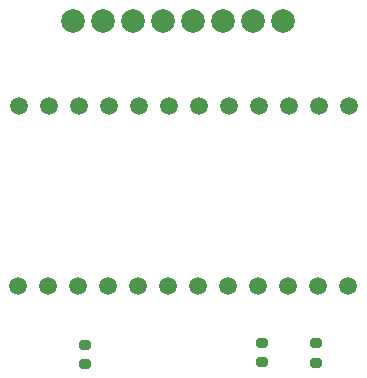
<source format=gbr>
G04 #@! TF.GenerationSoftware,KiCad,Pcbnew,8.0.2*
G04 #@! TF.CreationDate,2024-06-19T11:25:55-04:00*
G04 #@! TF.ProjectId,StringsVR-PiHat,53747269-6e67-4735-9652-2d5069486174,1*
G04 #@! TF.SameCoordinates,Original*
G04 #@! TF.FileFunction,Paste,Top*
G04 #@! TF.FilePolarity,Positive*
%FSLAX46Y46*%
G04 Gerber Fmt 4.6, Leading zero omitted, Abs format (unit mm)*
G04 Created by KiCad (PCBNEW 8.0.2) date 2024-06-19 11:25:55*
%MOMM*%
%LPD*%
G01*
G04 APERTURE LIST*
G04 Aperture macros list*
%AMRoundRect*
0 Rectangle with rounded corners*
0 $1 Rounding radius*
0 $2 $3 $4 $5 $6 $7 $8 $9 X,Y pos of 4 corners*
0 Add a 4 corners polygon primitive as box body*
4,1,4,$2,$3,$4,$5,$6,$7,$8,$9,$2,$3,0*
0 Add four circle primitives for the rounded corners*
1,1,$1+$1,$2,$3*
1,1,$1+$1,$4,$5*
1,1,$1+$1,$6,$7*
1,1,$1+$1,$8,$9*
0 Add four rect primitives between the rounded corners*
20,1,$1+$1,$2,$3,$4,$5,0*
20,1,$1+$1,$4,$5,$6,$7,0*
20,1,$1+$1,$6,$7,$8,$9,0*
20,1,$1+$1,$8,$9,$2,$3,0*%
G04 Aperture macros list end*
%ADD10RoundRect,0.200000X0.275000X-0.200000X0.275000X0.200000X-0.275000X0.200000X-0.275000X-0.200000X0*%
%ADD11C,1.500000*%
%ADD12C,2.000000*%
G04 APERTURE END LIST*
D10*
X155720000Y-135060000D03*
X155720000Y-133410000D03*
X160320000Y-135110000D03*
X160320000Y-133460000D03*
X140720000Y-135235000D03*
X140720000Y-133585000D03*
D11*
X162960000Y-128610000D03*
X160420000Y-128610000D03*
X157880000Y-128610000D03*
X155340000Y-128610000D03*
X152800000Y-128610000D03*
X150260000Y-128610000D03*
X147720000Y-128610000D03*
X145180000Y-128610000D03*
X142640000Y-128610000D03*
X140100000Y-128610000D03*
X137560000Y-128610000D03*
X135020000Y-128610000D03*
X135180000Y-113410000D03*
X137720000Y-113410000D03*
X140260000Y-113410000D03*
X142800000Y-113410000D03*
X145340000Y-113410000D03*
X147880000Y-113410000D03*
X150420000Y-113410000D03*
X152960000Y-113410000D03*
X155500000Y-113410000D03*
X158040000Y-113410000D03*
X160580000Y-113410000D03*
X163120000Y-113410000D03*
D12*
X139735000Y-106160000D03*
X142275000Y-106160000D03*
X144815000Y-106160000D03*
X147355000Y-106160000D03*
X149895000Y-106160000D03*
X152435000Y-106160000D03*
X154975000Y-106160000D03*
X157515000Y-106160000D03*
M02*

</source>
